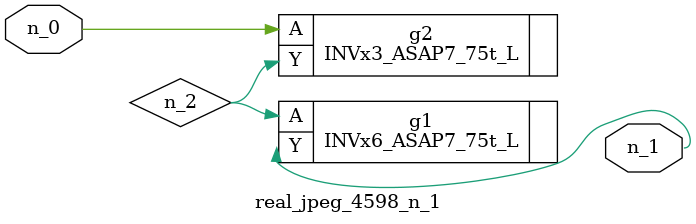
<source format=v>
module real_jpeg_4598_n_1 (n_0, n_1);

input n_0;

output n_1;

wire n_2;

INVx3_ASAP7_75t_L g2 ( 
.A(n_0),
.Y(n_2)
);

INVx6_ASAP7_75t_L g1 ( 
.A(n_2),
.Y(n_1)
);


endmodule
</source>
